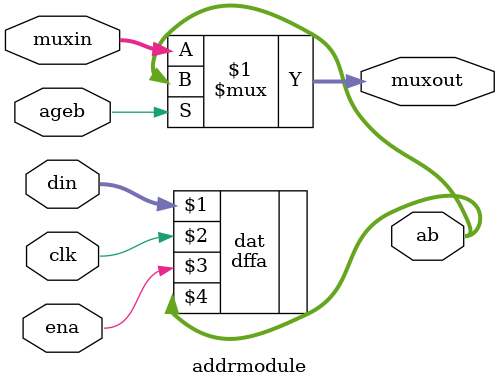
<source format=v>
module addrmodule (din,muxin,clk,ena,ageb,muxout,ab);
	
	//function: sorts the addresses accoring to the values of the counts
	parameter DATA_WIDTH = 16;					// size of each input data
	parameter TOTAL_SYMBOLS = 10;				// total number of symbols to be initialized
	parameter ADDR_WIDTH = 4;					// size of address to account for total symbols
	
	input wire [ADDR_WIDTH-1:0] din; //input to the DFF
	input wire [ADDR_WIDTH-1:0] muxin; // input to the mux (on schematic DATA)
	input wire clk; //clk input for the DFF
	input wire ena; // enable signal for DFF
	input wire ageb; // True when A is greater than or equal to B (or reverse for ascending order)
	output wire [ADDR_WIDTH-1:0] muxout; //output from the mux to next unit
	output wire [ADDR_WIDTH-1:0]ab; // output from DFF which holds the stored value
	
	assign muxout = ageb ? ab : muxin; // if (AGEB) then muxout = ab; else muxout = muxin
	
	dffa 	#(ADDR_WIDTH)	dat(din,clk,ena,ab);
	
	endmodule
</source>
